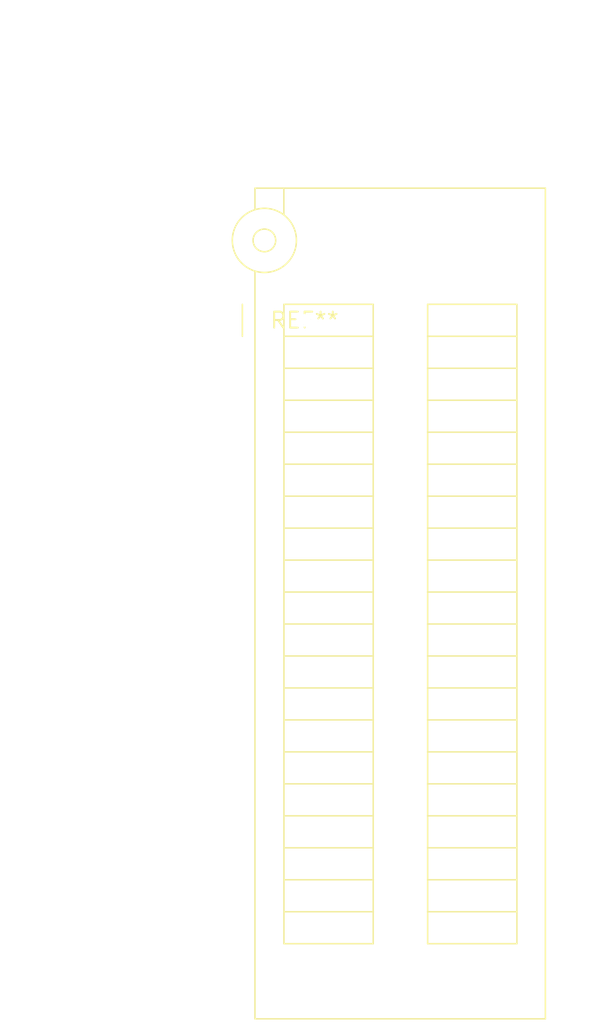
<source format=kicad_pcb>
(kicad_pcb (version 20240108) (generator pcbnew)
  (layers (0 "F.Cu" signal) (31 "B.Cu" signal) (34 "B.Paste" user) (35 "F.Paste" user) (36 "B.SilkS" user "B.Silkscreen") (37 "F.SilkS" user "F.Silkscreen") (38 "B.Mask" user) (39 "F.Mask" user) (44 "Edge.Cuts" user))
  (net 0 "")
  (footprint "3M_Textool_240-1288-00-0602J_2x20_P2.54mm" (layer "F.Cu") (at 0 0)
    (property "Reference" "REF**")
    (property "Value" "3M_Textool_240-1288-00-0602J_2x20_P2.54mm")
    (fp_line (start -4.95 1.27) (end -4.95 -1.27) (layer "F.SilkS") (stroke (width 0.12)))
    (fp_line (start -3.95 -10.5) (end -3.95 -8.8) (layer "F.SilkS") (stroke (width 0.12)))
    (fp_line (start -3.95 -3.9) (end -3.95 55.5) (layer "F.SilkS") (stroke (width 0.12)))
    (fp_line (start -3.95 55.5) (end 19.15 55.5) (layer "F.SilkS") (stroke (width 0.12)))
    (fp_line (start -1.65 -10.4) (end -1.65 -8.4) (layer "F.SilkS") (stroke (width 0.12)))
    (fp_line (start -1.645 -1.27) (end 5.455 -1.27) (layer "F.SilkS") (stroke (width 0.12)))
    (fp_line (start -1.645 1.27) (end -1.645 -1.27) (layer "F.SilkS") (stroke (width 0.12)))
    (fp_line (start -1.645 1.27) (end 5.455 1.27) (layer "F.SilkS") (stroke (width 0.12)))
    (fp_line (start -1.645 3.81) (end -1.645 1.27) (layer "F.SilkS") (stroke (width 0.12)))
    (fp_line (start -1.645 3.81) (end 5.455 3.81) (layer "F.SilkS") (stroke (width 0.12)))
    (fp_line (start -1.645 6.35) (end -1.645 3.81) (layer "F.SilkS") (stroke (width 0.12)))
    (fp_line (start -1.645 6.35) (end 5.455 6.35) (layer "F.SilkS") (stroke (width 0.12)))
    (fp_line (start -1.645 8.89) (end -1.645 6.35) (layer "F.SilkS") (stroke (width 0.12)))
    (fp_line (start -1.645 8.89) (end 5.455 8.89) (layer "F.SilkS") (stroke (width 0.12)))
    (fp_line (start -1.645 11.43) (end -1.645 8.89) (layer "F.SilkS") (stroke (width 0.12)))
    (fp_line (start -1.645 11.43) (end 5.455 11.43) (layer "F.SilkS") (stroke (width 0.12)))
    (fp_line (start -1.645 13.97) (end -1.645 11.43) (layer "F.SilkS") (stroke (width 0.12)))
    (fp_line (start -1.645 13.97) (end 5.455 13.97) (layer "F.SilkS") (stroke (width 0.12)))
    (fp_line (start -1.645 16.51) (end -1.645 13.97) (layer "F.SilkS") (stroke (width 0.12)))
    (fp_line (start -1.645 16.51) (end 5.455 16.51) (layer "F.SilkS") (stroke (width 0.12)))
    (fp_line (start -1.645 19.05) (end -1.645 16.51) (layer "F.SilkS") (stroke (width 0.12)))
    (fp_line (start -1.645 19.05) (end 5.455 19.05) (layer "F.SilkS") (stroke (width 0.12)))
    (fp_line (start -1.645 21.59) (end -1.645 19.05) (layer "F.SilkS") (stroke (width 0.12)))
    (fp_line (start -1.645 21.59) (end 5.455 21.59) (layer "F.SilkS") (stroke (width 0.12)))
    (fp_line (start -1.645 24.13) (end -1.645 21.59) (layer "F.SilkS") (stroke (width 0.12)))
    (fp_line (start -1.645 24.13) (end 5.455 24.13) (layer "F.SilkS") (stroke (width 0.12)))
    (fp_line (start -1.645 26.67) (end -1.645 24.13) (layer "F.SilkS") (stroke (width 0.12)))
    (fp_line (start -1.645 26.67) (end 5.455 26.67) (layer "F.SilkS") (stroke (width 0.12)))
    (fp_line (start -1.645 29.21) (end -1.645 26.67) (layer "F.SilkS") (stroke (width 0.12)))
    (fp_line (start -1.645 29.21) (end 5.455 29.21) (layer "F.SilkS") (stroke (width 0.12)))
    (fp_line (start -1.645 31.75) (end -1.645 29.21) (layer "F.SilkS") (stroke (width 0.12)))
    (fp_line (start -1.645 31.75) (end 5.455 31.75) (layer "F.SilkS") (stroke (width 0.12)))
    (fp_line (start -1.645 34.29) (end -1.645 31.75) (layer "F.SilkS") (stroke (width 0.12)))
    (fp_line (start -1.645 34.29) (end 5.455 34.29) (layer "F.SilkS") (stroke (width 0.12)))
    (fp_line (start -1.645 36.83) (end -1.645 34.29) (layer "F.SilkS") (stroke (width 0.12)))
    (fp_line (start -1.645 36.83) (end 5.455 36.83) (layer "F.SilkS") (stroke (width 0.12)))
    (fp_line (start -1.645 39.37) (end -1.645 36.83) (layer "F.SilkS") (stroke (width 0.12)))
    (fp_line (start -1.645 39.37) (end 5.455 39.37) (layer "F.SilkS") (stroke (width 0.12)))
    (fp_line (start -1.645 41.91) (end -1.645 39.37) (layer "F.SilkS") (stroke (width 0.12)))
    (fp_line (start -1.645 41.91) (end 5.455 41.91) (layer "F.SilkS") (stroke (width 0.12)))
    (fp_line (start -1.645 44.45) (end -1.645 41.91) (layer "F.SilkS") (stroke (width 0.12)))
    (fp_line (start -1.645 44.45) (end 5.455 44.45) (layer "F.SilkS") (stroke (width 0.12)))
    (fp_line (start -1.645 46.99) (end -1.645 44.45) (layer "F.SilkS") (stroke (width 0.12)))
    (fp_line (start -1.645 46.99) (end 5.455 46.99) (layer "F.SilkS") (stroke (width 0.12)))
    (fp_line (start -1.645 49.53) (end -1.645 46.99) (layer "F.SilkS") (stroke (width 0.12)))
    (fp_line (start -1.645 49.53) (end 5.455 49.53) (layer "F.SilkS") (stroke (width 0.12)))
    (fp_line (start 5.455 -1.27) (end 5.455 1.27) (layer "F.SilkS") (stroke (width 0.12)))
    (fp_line (start 5.455 1.27) (end 5.455 3.81) (layer "F.SilkS") (stroke (width 0.12)))
    (fp_line (start 5.455 3.81) (end 5.455 6.35) (layer "F.SilkS") (stroke (width 0.12)))
    (fp_line (start 5.455 6.35) (end 5.455 8.89) (layer "F.SilkS") (stroke (width 0.12)))
    (fp_line (start 5.455 8.89) (end 5.455 11.43) (layer "F.SilkS") (stroke (width 0.12)))
    (fp_line (start 5.455 11.43) (end 5.455 13.97) (layer "F.SilkS") (stroke (width 0.12)))
    (fp_line (start 5.455 13.97) (end 5.455 16.51) (layer "F.SilkS") (stroke (width 0.12)))
    (fp_line (start 5.455 16.51) (end 5.455 19.05) (layer "F.SilkS") (stroke (width 0.12)))
    (fp_line (start 5.455 19.05) (end 5.455 21.59) (layer "F.SilkS") (stroke (width 0.12)))
    (fp_line (start 5.455 21.59) (end 5.455 24.13) (layer "F.SilkS") (stroke (width 0.12)))
    (fp_line (start 5.455 24.13) (end 5.455 26.67) (layer "F.SilkS") (stroke (width 0.12)))
    (fp_line (start 5.455 26.67) (end 5.455 29.21) (layer "F.SilkS") (stroke (width 0.12)))
    (fp_line (start 5.455 29.21) (end 5.455 31.75) (layer "F.SilkS") (stroke (width 0.12)))
    (fp_line (start 5.455 31.75) (end 5.455 34.29) (layer "F.SilkS") (stroke (width 0.12)))
    (fp_line (start 5.455 34.29) (end 5.455 36.83) (layer "F.SilkS") (stroke (width 0.12)))
    (fp_line (start 5.455 36.83) (end 5.455 39.37) (layer "F.SilkS") (stroke (width 0.12)))
    (fp_line (start 5.455 39.37) (end 5.455 41.91) (layer "F.SilkS") (stroke (width 0.12)))
    (fp_line (start 5.455 41.91) (end 5.455 44.45) (layer "F.SilkS") (stroke (width 0.12)))
    (fp_line (start 5.455 44.45) (end 5.455 46.99) (layer "F.SilkS") (stroke (width 0.12)))
    (fp_line (start 5.455 46.99) (end 5.455 49.53) (layer "F.SilkS") (stroke (width 0.12)))
    (fp_line (start 9.785 -1.27) (end 16.885 -1.27) (layer "F.SilkS") (stroke (width 0.12)))
    (fp_line (start 9.785 1.27) (end 9.785 -1.27) (layer "F.SilkS") (stroke (width 0.12)))
    (fp_line (start 9.785 1.27) (end 16.885 1.27) (layer "F.SilkS") (stroke (width 0.12)))
    (fp_line (start 9.785 3.81) (end 9.785 1.27) (layer "F.SilkS") (stroke (width 0.12)))
    (fp_line (start 9.785 3.81) (end 16.885 3.81) (layer "F.SilkS") (stroke (width 0.12)))
    (fp_line (start 9.785 6.35) (end 9.785 3.81) (layer "F.SilkS") (stroke (width 0.12)))
    (fp_line (start 9.785 6.35) (end 16.885 6.35) (layer "F.SilkS") (stroke (width 0.12)))
    (fp_line (start 9.785 8.89) (end 9.785 6.35) (layer "F.SilkS") (stroke (width 0.12)))
    (fp_line (start 9.785 8.89) (end 16.885 8.89) (layer "F.SilkS") (stroke (width 0.12)))
    (fp_line (start 9.785 11.43) (end 9.785 8.89) (layer "F.SilkS") (stroke (width 0.12)))
    (fp_line (start 9.785 11.43) (end 16.885 11.43) (layer "F.SilkS") (stroke (width 0.12)))
    (fp_line (start 9.785 13.97) (end 9.785 11.43) (layer "F.SilkS") (stroke (width 0.12)))
    (fp_line (start 9.785 13.97) (end 16.885 13.97) (layer "F.SilkS") (stroke (width 0.12)))
    (fp_line (start 9.785 16.51) (end 9.785 13.97) (layer "F.SilkS") (stroke (width 0.12)))
    (fp_line (start 9.785 16.51) (end 16.885 16.51) (layer "F.SilkS") (stroke (width 0.12)))
    (fp_line (start 9.785 19.05) (end 9.785 16.51) (layer "F.SilkS") (stroke (width 0.12)))
    (fp_line (start 9.785 19.05) (end 16.885 19.05) (layer "F.SilkS") (stroke (width 0.12)))
    (fp_line (start 9.785 21.59) (end 9.785 19.05) (layer "F.SilkS") (stroke (width 0.12)))
    (fp_line (start 9.785 21.59) (end 16.885 21.59) (layer "F.SilkS") (stroke (width 0.12)))
    (fp_line (start 9.785 24.13) (end 9.785 21.59) (layer "F.SilkS") (stroke (width 0.12)))
    (fp_line (start 9.785 24.13) (end 16.885 24.13) (layer "F.SilkS") (stroke (width 0.12)))
    (fp_line (start 9.785 26.67) (end 9.785 24.13) (layer "F.SilkS") (stroke (width 0.12)))
    (fp_line (start 9.785 26.67) (end 16.885 26.67) (layer "F.SilkS") (stroke (width 0.12)))
    (fp_line (start 9.785 29.21) (end 9.785 26.67) (layer "F.SilkS") (stroke (width 0.12)))
    (fp_line (start 9.785 29.21) (end 16.885 29.21) (layer "F.SilkS") (stroke (width 0.12)))
    (fp_line (start 9.785 31.75) (end 9.785 29.21) (layer "F.SilkS") (stroke (width 0.12)))
    (fp_line (start 9.785 31.75) (end 16.885 31.75) (layer "F.SilkS") (stroke (width 0.12)))
    (fp_line (start 9.785 34.29) (end 9.785 31.75) (layer "F.SilkS") (stroke (width 0.12)))
    (fp_line (start 9.785 34.29) (end 16.885 34.29) (layer "F.SilkS") (stroke (width 0.12)))
    (fp_line (start 9.785 36.83) (end 9.785 34.29) (layer "F.SilkS") (stroke (width 0.12)))
    (fp_line (start 9.785 36.83) (end 16.885 36.83) (layer "F.SilkS") (stroke (width 0.12)))
    (fp_line (start 9.785 39.37) (end 9.785 36.83) (layer "F.SilkS") (stroke (width 0.12)))
    (fp_line (start 9.785 39.37) (end 16.885 39.37) (layer "F.SilkS") (stroke (width 0.12)))
    (fp_line (start 9.785 41.91) (end 9.785 39.37) (layer "F.SilkS") (stroke (width 0.12)))
    (fp_line (start 9.785 41.91) (end 16.885 41.91) (layer "F.SilkS") (stroke (width 0.12)))
    (fp_line (start 9.785 44.45) (end 9.785 41.91) (layer "F.SilkS") (stroke (width 0.12)))
    (fp_line (start 9.785 44.45) (end 16.885 44.45) (layer "F.SilkS") (stroke (width 0.12)))
    (fp_line (start 9.785 46.99) (end 9.785 44.45) (layer "F.SilkS") (stroke (width 0.12)))
    (fp_line (start 9.785 46.99) (end 16.885 46.99) (layer "F.SilkS") (stroke (width 0.12)))
    (fp_line (start 9.785 49.53) (end 9.785 46.99) (layer "F.SilkS") (stroke (width 0.12)))
    (fp_line (start 9.785 49.53) (end 16.885 49.53) (layer "F.SilkS") (stroke (width 0.12)))
    (fp_line (start 16.885 -1.27) (end 16.885 1.27) (layer "F.SilkS") (stroke (width 0.12)))
    (fp_line (start 16.885 1.27) (end 16.885 3.81) (layer "F.SilkS") (stroke (width 0.12)))
    (fp_line (start 16.885 3.81) (end 16.885 6.35) (layer "F.SilkS") (stroke (width 0.12)))
    (fp_line (start 16.885 6.35) (end 16.885 8.89) (layer "F.SilkS") (stroke (width 0.12)))
    (fp_line (start 16.885 8.89) (end 16.885 11.43) (layer "F.SilkS") (stroke (width 0.12)))
    (fp_line (start 16.885 11.43) (end 16.885 13.97) (layer "F.SilkS") (stroke (width 0.12)))
    (fp_line (start 16.885 13.97) (end 16.885 16.51) (layer "F.SilkS") (stroke (width 0.12)))
    (fp_line (start 16.885 16.51) (end 16.885 19.05) (layer "F.SilkS") (stroke (width 0.12)))
    (fp_line (start 16.885 19.05) (end 16.885 21.59) (layer "F.SilkS") (stroke (width 0.12)))
    (fp_line (start 16.885 21.59) (end 16.885 24.13) (layer "F.SilkS") (stroke (width 0.12)))
    (fp_line (start 16.885 24.13) (end 16.885 26.67) (layer "F.SilkS") (stroke (width 0.12)))
    (fp_line (start 16.885 26.67) (end 16.885 29.21) (layer "F.SilkS") (stroke (width 0.12)))
    (fp_line (start 16.885 29.21) (end 16.885 31.75) (layer "F.SilkS") (stroke (width 0.12)))
    (fp_line (start 16.885 31.75) (end 16.885 34.29) (layer "F.SilkS") (stroke (width 0.12)))
    (fp_line (start 16.885 34.29) (end 16.885 36.83) (layer "F.SilkS") (stroke (width 0.12)))
    (fp_line (start 16.885 36.83) (end 16.885 39.37) (layer "F.SilkS") (stroke (width 0.12)))
    (fp_line (start 16.885 39.37) (end 16.885 41.91) (layer "F.SilkS") (stroke (width 0.12)))
    (fp_line (start 16.885 41.91) (end 16.885 44.45) (layer "F.SilkS") (stroke (width 0.12)))
    (fp_line (start 16.885 44.45) (end 16.885 46.99) (layer "F.SilkS") (stroke (width 0.12)))
    (fp_line (start 16.885 46.99) (end 16.885 49.53) (layer "F.SilkS") (stroke (width 0.12)))
    (fp_line (start 19.15 -10.5) (end -3.95 -10.5) (layer "F.SilkS") (stroke (width 0.12)))
    (fp_line (start 19.15 55.5) (end 19.15 -10.5) (layer "F.SilkS") (stroke (width 0.12)))
    (fp_circle (center -3.2 -6.35) (end -2.3 -6.35) (layer "F.SilkS") (stroke (width 0.12)) (fill none))
    (fp_circle (center -3.2 -6.35) (end -0.65 -6.35) (layer "F.SilkS") (stroke (width 0.12)) (fill none))
    (pad "1" thru_hole rect (at 0 0) (size 2 1.44) (drill 1) (layers *.Cu *.Mask) (remove_unused_layers))
    (pad "2" thru_hole oval (at 0 2.54) (size 2 1.44) (drill 1) (layers *.Cu *.Mask) (remove_unused_layers))
    (pad "3" thru_hole oval (at 0 5.08) (size 2 1.44) (drill 1) (layers *.Cu *.Mask) (remove_unused_layers))
    (pad "4" thru_hole oval (at 0 7.62) (size 2 1.44) (drill 1) (layers *.Cu *.Mask) (remove_unused_layers))
    (pad "5" thru_hole oval (at 0 10.16) (size 2 1.44) (drill 1) (layers *.Cu *.Mask) (remove_unused_layers))
    (pad "6" thru_hole oval (at 0 12.7) (size 2 1.44) (drill 1) (layers *.Cu *.Mask) (remove_unused_layers))
    (pad "7" thru_hole oval (at 0 15.24) (size 2 1.44) (drill 1) (layers *.Cu *.Mask) (remove_unused_layers))
    (pad "8" thru_hole oval (at 0 17.78) (size 2 1.44) (drill 1) (layers *.Cu *.Mask) (remove_unused_layers))
    (pad "9" thru_hole oval (at 0 20.32) (size 2 1.44) (drill 1) (layers *.Cu *.Mask) (remove_unused_layers))
    (pad "10" thru_hole oval (at 0 22.86) (size 2 1.44) (drill 1) (layers *.Cu *.Mask) (remove_unused_layers))
    (pad "11" thru_hole oval (at 0 25.4) (size 2 1.44) (drill 1) (layers *.Cu *.Mask) (remove_unused_layers))
    (pad "12" thru_hole oval (at 0 27.94) (size 2 1.44) (drill 1) (layers *.Cu *.Mask) (remove_unused_layers))
    (pad "13" thru_hole oval (at 0 30.48) (size 2 1.44) (drill 1) (layers *.Cu *.Mask) (remove_unused_layers))
    (pad "14" thru_hole oval (at 0 33.02) (size 2 1.44) (drill 1) (layers *.Cu *.Mask) (remove_unused_layers))
    (pad "15" thru_hole oval (at 0 35.56) (size 2 1.44) (drill 1) (layers *.Cu *.Mask) (remove_unused_layers))
    (pad "16" thru_hole oval (at 0 38.1) (size 2 1.44) (drill 1) (layers *.Cu *.Mask) (remove_unused_layers))
    (pad "17" thru_hole oval (at 0 40.64) (size 2 1.44) (drill 1) (layers *.Cu *.Mask) (remove_unused_layers))
    (pad "18" thru_hole oval (at 0 43.18) (size 2 1.44) (drill 1) (layers *.Cu *.Mask) (remove_unused_layers))
    (pad "19" thru_hole oval (at 0 45.72) (size 2 1.44) (drill 1) (layers *.Cu *.Mask) (remove_unused_layers))
    (pad "20" thru_hole oval (at 0 48.26) (size 2 1.44) (drill 1) (layers *.Cu *.Mask) (remove_unused_layers))
    (pad "21" thru_hole oval (at 15.24 48.26) (size 2 1.44) (drill 1) (layers *.Cu *.Mask) (remove_unused_layers))
    (pad "22" thru_hole oval (at 15.24 45.72) (size 2 1.44) (drill 1) (layers *.Cu *.Mask) (remove_unused_layers))
    (pad "23" thru_hole oval (at 15.24 43.18) (size 2 1.44) (drill 1) (layers *.Cu *.Mask) (remove_unused_layers))
    (pad "24" thru_hole oval (at 15.24 40.64) (size 2 1.44) (drill 1) (layers *.Cu *.Mask) (remove_unused_layers))
    (pad "25" thru_hole oval (at 15.24 38.1) (size 2 1.44) (drill 1) (layers *.Cu *.Mask) (remove_unused_layers))
    (pad "26" thru_hole oval (at 15.24 35.56) (size 2 1.44) (drill 1) (layers *.Cu *.Mask) (remove_unused_layers))
    (pad "27" thru_hole oval (at 15.24 33.02) (size 2 1.44) (drill 1) (layers *.Cu *.Mask) (remove_unused_layers))
    (pad "28" thru_hole oval (at 15.24 30.48) (size 2 1.44) (drill 1) (layers *.Cu *.Mask) (remove_unused_layers))
    (pad "29" thru_hole oval (at 15.24 27.94) (size 2 1.44) (drill 1) (layers *.Cu *.Mask) (remove_unused_layers))
    (pad "30" thru_hole oval (at 15.24 25.4) (size 2 1.44) (drill 1) (layers *.Cu *.Mask) (remove_unused_layers))
    (pad "31" thru_hole oval (at 15.24 22.86) (size 2 1.44) (drill 1) (layers *.Cu *.Mask) (remove_unused_layers))
    (pad "32" thru_hole oval (at 15.24 20.32) (size 2 1.44) (drill 1) (layers *.Cu *.Mask) (remove_unused_layers))
    (pad "33" thru_hole oval (at 15.24 17.78) (size 2 1.44) (drill 1) (layers *.Cu *.Mask) (remove_unused_layers))
    (pad "34" thru_hole oval (at 15.24 15.24) (size 2 1.44) (drill 1) (layers *.Cu *.Mask) (remove_unused_layers))
    (pad "35" thru_hole oval (at 15.24 12.7) (size 2 1.44) (drill 1) (layers *.Cu *.Mask) (remove_unused_layers))
    (pad "36" thru_hole oval (at 15.24 10.16) (size 2 1.44) (drill 1) (layers *.Cu *.Mask) (remove_unused_layers))
    (pad "37" thru_hole oval (at 15.24 7.62) (size 2 1.44) (drill 1) (layers *.Cu *.Mask) (remove_unused_layers))
    (pad "38" thru_hole oval (at 15.24 5.08) (size 2 1.44) (drill 1) (layers *.Cu *.Mask) (remove_unused_layers))
    (pad "39" thru_hole oval (at 15.24 2.54) (size 2 1.44) (drill 1) (layers *.Cu *.Mask) (remove_unused_layers))
    (pad "40" thru_hole oval (at 15.24 0) (size 2 1.44) (drill 1) (layers *.Cu *.Mask) (remove_unused_layers))
  )
)
</source>
